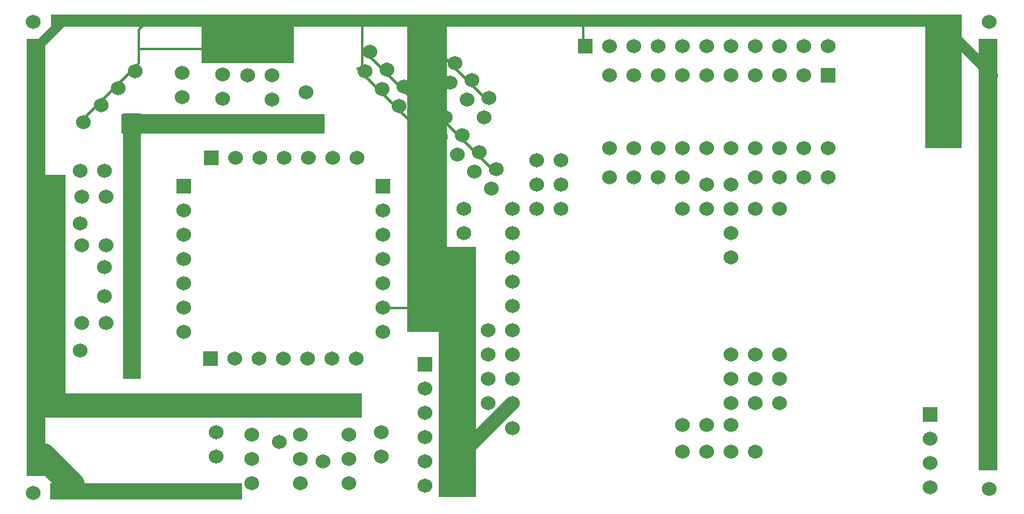
<source format=gbl>
G04 start of page 3 for group 1 idx 1 *
G04 Title: (unknown), solder *
G04 Creator: pcb 20100929 *
G04 CreationDate: Mon Apr 28 19:31:08 2014 UTC *
G04 For: xpi *
G04 Format: Gerber/RS-274X *
G04 PCB-Dimensions: 400000 200000 *
G04 PCB-Coordinate-Origin: lower left *
%MOIN*%
%FSLAX25Y25*%
%LNBACK*%
%ADD11C,0.0200*%
%ADD12C,0.0100*%
%ADD14C,0.0400*%
%ADD17C,0.0600*%
%ADD18C,0.0360*%
%ADD22C,0.0380*%
%ADD23C,0.0280*%
%ADD24C,0.0320*%
%ADD25C,0.1050*%
%ADD26C,0.0450*%
%ADD27C,0.0550*%
G54D11*G36*
X9500Y500D02*Y7000D01*
X88500D01*
Y500D01*
X9500D01*
G37*
G36*
X138000Y34000D02*X6000D01*
Y44000D01*
X138000D01*
Y34000D01*
G37*
G36*
X185000Y1500D02*X169500D01*
Y104500D01*
X185000D01*
Y1500D01*
G37*
G36*
X173000Y69500D02*X156500D01*
Y198500D01*
X173000D01*
Y69500D01*
G37*
G36*
X392000Y190000D02*X399500D01*
Y12500D01*
X392000D01*
Y190000D01*
G37*
G36*
X385000Y195000D02*X10000D01*
Y200000D01*
X385000D01*
Y195000D01*
G37*
G36*
X370000Y145000D02*Y200000D01*
X385000D01*
Y145000D01*
X370000D01*
G37*
G36*
X110000Y180000D02*X72000D01*
Y198000D01*
X110000D01*
Y180000D01*
G37*
G36*
X16000Y44000D02*X4000D01*
Y134000D01*
X16000D01*
Y44000D01*
G37*
G36*
X7500Y190000D02*Y10000D01*
X0D01*
Y190000D01*
X7500D01*
G37*
G36*
X122500Y159000D02*Y151000D01*
X39000D01*
Y159000D01*
X122500D01*
G37*
G36*
X39500Y159500D02*X47000D01*
Y50000D01*
X39500D01*
Y159500D01*
G37*
G54D14*X15000Y197500D02*X5000Y187500D01*
G54D12*X22000Y154000D02*Y156000D01*
X46000Y180000D01*
Y194000D01*
X48000Y196000D01*
X12000Y36000D02*Y128000D01*
G54D25*X6500Y18500D02*X18500Y6500D01*
G54D14*X382500Y195000D02*Y190000D01*
G54D26*X397500Y175000D01*
G54D12*X160000Y154000D02*X162000D01*
Y162000D02*X164000D01*
X171000Y147000D02*Y148000D01*
X160000Y154000D02*X136000Y178000D01*
X140000Y174000D02*Y175000D01*
X162000Y162000D02*X138000Y186000D01*
Y176000D02*Y198000D01*
X46000Y186000D02*X104000D01*
X230000D02*X229000Y187000D01*
Y198000D01*
X168000Y176500D02*Y177500D01*
X146500Y79500D02*X162000D01*
G54D27*X199500Y40000D02*X180000Y20500D01*
G54D12*X190000Y164500D02*X192000D01*
X190000D02*X166000Y188500D01*
X193000Y135000D02*X195000D01*
X193000D02*X169000Y159000D01*
G54D17*X112500Y7000D03*
X132500D03*
X372000Y5500D03*
X164000Y6000D03*
G54D11*G36*
X369000Y38500D02*Y32500D01*
X375000D01*
Y38500D01*
X369000D01*
G37*
G54D17*X372000Y25500D03*
Y15500D03*
X164000Y16000D03*
G54D11*G36*
X372000Y182500D02*Y176500D01*
X378000D01*
Y182500D01*
X372000D01*
G37*
G54D17*X375000Y169500D03*
Y159500D03*
Y149500D03*
G54D11*G36*
X327000Y178000D02*Y172000D01*
X333000D01*
Y178000D01*
X327000D01*
G37*
G54D17*X320000Y175000D03*
X310000D03*
Y145000D03*
X320000D03*
X330000D03*
X300000Y175000D03*
X290000D03*
X280000D03*
X270000Y145000D03*
X280000D03*
X290000D03*
X300000D03*
X280000Y187000D03*
X290000D03*
X300000D03*
X310000D03*
X320000D03*
X330000D03*
X270000Y175000D03*
X260000D03*
Y187000D03*
X270000D03*
X240000Y175000D03*
Y145000D03*
X250000D03*
X260000D03*
X250000Y175000D03*
G54D11*G36*
X227000Y190000D02*Y184000D01*
X233000D01*
Y190000D01*
X227000D01*
G37*
G54D17*X240000Y187000D03*
X250000D03*
G54D11*G36*
X9500Y108000D02*Y102000D01*
X15500D01*
Y108000D01*
X9500D01*
G37*
G36*
Y128000D02*Y122000D01*
X15500D01*
Y128000D01*
X9500D01*
G37*
G54D17*X22500Y105000D03*
Y125000D03*
X32500Y105000D03*
Y125000D03*
X42500Y105000D03*
Y125000D03*
G54D11*G36*
X9500Y76000D02*Y70000D01*
X15500D01*
Y76000D01*
X9500D01*
G37*
G54D17*X22500Y73000D03*
X32500D03*
X42500D03*
X101000Y165000D03*
Y155000D03*
G54D11*G36*
X77500Y188500D02*Y182500D01*
X83500D01*
Y188500D01*
X77500D01*
G37*
G54D17*X80500Y175500D03*
G54D11*G36*
X98000Y188000D02*Y182000D01*
X104000D01*
Y188000D01*
X98000D01*
G37*
G54D17*X101000Y175000D03*
X80500Y165500D03*
Y155500D03*
G54D11*G36*
X73000Y144000D02*Y138000D01*
X79000D01*
Y144000D01*
X73000D01*
G37*
G54D17*X86000Y141000D03*
X96000D03*
X106000D03*
X116000D03*
X126000D03*
X136000D03*
G54D11*G36*
X143500Y132500D02*Y126500D01*
X149500D01*
Y132500D01*
X143500D01*
G37*
G54D17*X146500Y119500D03*
Y109500D03*
Y99500D03*
G54D11*G36*
X61500Y132500D02*Y126500D01*
X67500D01*
Y132500D01*
X61500D01*
G37*
G54D17*X64500Y119500D03*
Y109500D03*
Y99500D03*
Y89500D03*
Y79500D03*
Y69500D03*
G54D11*G36*
X72500Y61500D02*Y55500D01*
X78500D01*
Y61500D01*
X72500D01*
G37*
G54D17*X85500Y58500D03*
X95500D03*
G54D11*G36*
X89500Y40000D02*Y34000D01*
X95500D01*
Y40000D01*
X89500D01*
G37*
G54D17*X92500Y27000D03*
Y17000D03*
Y7000D03*
X146500Y89500D03*
Y79500D03*
G54D11*G36*
X161000Y59000D02*Y53000D01*
X167000D01*
Y59000D01*
X161000D01*
G37*
G54D17*X164000Y46000D03*
X146500Y69500D03*
X125500Y58500D03*
X135500D03*
G54D11*G36*
X129500Y40000D02*Y34000D01*
X135500D01*
Y40000D01*
X129500D01*
G37*
G54D17*X132500Y27000D03*
X105500Y58500D03*
X115500D03*
G54D11*G36*
X109500Y40000D02*Y34000D01*
X115500D01*
Y40000D01*
X109500D01*
G37*
G54D17*X112500Y27000D03*
Y17000D03*
X132500D03*
X164000Y36000D03*
Y26000D03*
X396254Y197196D03*
Y4696D03*
X2754Y3196D03*
Y197196D03*
X21938Y135931D03*
X23414Y155636D03*
X31938Y135931D03*
X30485Y162707D03*
X22000Y114000D03*
X32000Y96000D03*
Y84000D03*
X21938Y61931D03*
X21151Y38627D03*
X30222Y38556D03*
X104000Y24000D03*
X122000Y16000D03*
X145931Y28062D03*
Y18062D03*
X77931Y28062D03*
Y18062D03*
X46000Y38500D03*
G54D18*X62000Y38000D03*
G54D17*X141151Y184627D03*
G54D18*X43000Y148000D03*
G54D17*X289931Y110062D03*
Y100062D03*
Y120062D03*
Y130062D03*
X279931D03*
Y120062D03*
X269931D03*
X299931D03*
X309931D03*
X240000Y133000D03*
X270000D03*
X260000D03*
X250000D03*
X330000D03*
X320000D03*
X310000D03*
X300000D03*
X299931Y50062D03*
X289931Y60062D03*
X309931Y50062D03*
Y60062D03*
X299931D03*
X269899Y31061D03*
X269931Y20062D03*
X279899Y31061D03*
X289931Y50062D03*
X299931Y40062D03*
X309931D03*
X289899Y31061D03*
Y40061D03*
X289931Y20062D03*
X299931D03*
X279931D03*
X38500Y38500D03*
X199884Y29948D03*
X199899Y40061D03*
X189899D03*
X199931Y90062D03*
Y80062D03*
Y60062D03*
Y70062D03*
X199965Y50038D03*
X189931Y60062D03*
Y70062D03*
X189965Y50038D03*
X91000Y175000D03*
X63931Y176062D03*
Y166062D03*
X37556Y169778D03*
X44627Y176849D03*
X115000Y168000D03*
X160364Y155414D03*
X153293Y162485D03*
X162364Y163414D03*
X170151Y149627D03*
X179222Y150556D03*
X172151Y157627D03*
X146222Y169556D03*
X139151Y176627D03*
X155293Y170485D03*
X148222Y177556D03*
X188364Y157914D03*
X181293Y164985D03*
X190364Y165914D03*
X183293Y172985D03*
X174222Y172056D03*
X167151Y179127D03*
X176222Y180056D03*
X169151Y187127D03*
X209931Y120062D03*
X199931D03*
Y110062D03*
X219931Y120062D03*
X179931D03*
X199931Y100062D03*
X179931Y110062D03*
X191364Y128414D03*
X184293Y135485D03*
X193364Y136414D03*
X209931Y130062D03*
X219931D03*
X209931Y140062D03*
X219931D03*
X177222Y142556D03*
X186293Y143485D03*
G54D22*G54D23*G54D22*G54D23*G54D22*G54D23*G54D22*G54D24*G54D22*G54D24*G54D22*G54D24*G54D22*G54D24*G54D22*G54D11*G54D22*G54D11*G54D24*G54D22*G54D24*G54D22*G54D24*G54D22*G54D24*G54D22*G54D24*G54D22*G54D24*G54D22*M02*

</source>
